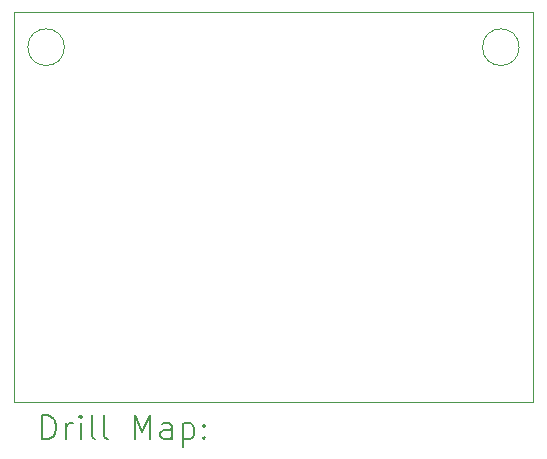
<source format=gbr>
%TF.GenerationSoftware,KiCad,Pcbnew,7.0.2*%
%TF.CreationDate,2025-01-10T16:23:47-06:00*%
%TF.ProjectId,gateDr_displayboard,67617465-4472-45f6-9469-73706c617962,rev?*%
%TF.SameCoordinates,Original*%
%TF.FileFunction,Drillmap*%
%TF.FilePolarity,Positive*%
%FSLAX45Y45*%
G04 Gerber Fmt 4.5, Leading zero omitted, Abs format (unit mm)*
G04 Created by KiCad (PCBNEW 7.0.2) date 2025-01-10 16:23:47*
%MOMM*%
%LPD*%
G01*
G04 APERTURE LIST*
%ADD10C,0.100000*%
%ADD11C,0.200000*%
G04 APERTURE END LIST*
D10*
X5325000Y-6200000D02*
X9725000Y-6200000D01*
X9725000Y-9500000D01*
X5325000Y-9500000D01*
X5325000Y-6200000D01*
X9605000Y-6500000D02*
G75*
G03*
X9605000Y-6500000I-155000J0D01*
G01*
X5755000Y-6500000D02*
G75*
G03*
X5755000Y-6500000I-155000J0D01*
G01*
D11*
X5567619Y-9817524D02*
X5567619Y-9617524D01*
X5567619Y-9617524D02*
X5615238Y-9617524D01*
X5615238Y-9617524D02*
X5643809Y-9627048D01*
X5643809Y-9627048D02*
X5662857Y-9646095D01*
X5662857Y-9646095D02*
X5672381Y-9665143D01*
X5672381Y-9665143D02*
X5681905Y-9703238D01*
X5681905Y-9703238D02*
X5681905Y-9731810D01*
X5681905Y-9731810D02*
X5672381Y-9769905D01*
X5672381Y-9769905D02*
X5662857Y-9788952D01*
X5662857Y-9788952D02*
X5643809Y-9808000D01*
X5643809Y-9808000D02*
X5615238Y-9817524D01*
X5615238Y-9817524D02*
X5567619Y-9817524D01*
X5767619Y-9817524D02*
X5767619Y-9684190D01*
X5767619Y-9722286D02*
X5777143Y-9703238D01*
X5777143Y-9703238D02*
X5786667Y-9693714D01*
X5786667Y-9693714D02*
X5805714Y-9684190D01*
X5805714Y-9684190D02*
X5824762Y-9684190D01*
X5891428Y-9817524D02*
X5891428Y-9684190D01*
X5891428Y-9617524D02*
X5881905Y-9627048D01*
X5881905Y-9627048D02*
X5891428Y-9636571D01*
X5891428Y-9636571D02*
X5900952Y-9627048D01*
X5900952Y-9627048D02*
X5891428Y-9617524D01*
X5891428Y-9617524D02*
X5891428Y-9636571D01*
X6015238Y-9817524D02*
X5996190Y-9808000D01*
X5996190Y-9808000D02*
X5986667Y-9788952D01*
X5986667Y-9788952D02*
X5986667Y-9617524D01*
X6120000Y-9817524D02*
X6100952Y-9808000D01*
X6100952Y-9808000D02*
X6091428Y-9788952D01*
X6091428Y-9788952D02*
X6091428Y-9617524D01*
X6348571Y-9817524D02*
X6348571Y-9617524D01*
X6348571Y-9617524D02*
X6415238Y-9760381D01*
X6415238Y-9760381D02*
X6481905Y-9617524D01*
X6481905Y-9617524D02*
X6481905Y-9817524D01*
X6662857Y-9817524D02*
X6662857Y-9712762D01*
X6662857Y-9712762D02*
X6653333Y-9693714D01*
X6653333Y-9693714D02*
X6634286Y-9684190D01*
X6634286Y-9684190D02*
X6596190Y-9684190D01*
X6596190Y-9684190D02*
X6577143Y-9693714D01*
X6662857Y-9808000D02*
X6643809Y-9817524D01*
X6643809Y-9817524D02*
X6596190Y-9817524D01*
X6596190Y-9817524D02*
X6577143Y-9808000D01*
X6577143Y-9808000D02*
X6567619Y-9788952D01*
X6567619Y-9788952D02*
X6567619Y-9769905D01*
X6567619Y-9769905D02*
X6577143Y-9750857D01*
X6577143Y-9750857D02*
X6596190Y-9741333D01*
X6596190Y-9741333D02*
X6643809Y-9741333D01*
X6643809Y-9741333D02*
X6662857Y-9731810D01*
X6758095Y-9684190D02*
X6758095Y-9884190D01*
X6758095Y-9693714D02*
X6777143Y-9684190D01*
X6777143Y-9684190D02*
X6815238Y-9684190D01*
X6815238Y-9684190D02*
X6834286Y-9693714D01*
X6834286Y-9693714D02*
X6843809Y-9703238D01*
X6843809Y-9703238D02*
X6853333Y-9722286D01*
X6853333Y-9722286D02*
X6853333Y-9779429D01*
X6853333Y-9779429D02*
X6843809Y-9798476D01*
X6843809Y-9798476D02*
X6834286Y-9808000D01*
X6834286Y-9808000D02*
X6815238Y-9817524D01*
X6815238Y-9817524D02*
X6777143Y-9817524D01*
X6777143Y-9817524D02*
X6758095Y-9808000D01*
X6939048Y-9798476D02*
X6948571Y-9808000D01*
X6948571Y-9808000D02*
X6939048Y-9817524D01*
X6939048Y-9817524D02*
X6929524Y-9808000D01*
X6929524Y-9808000D02*
X6939048Y-9798476D01*
X6939048Y-9798476D02*
X6939048Y-9817524D01*
X6939048Y-9693714D02*
X6948571Y-9703238D01*
X6948571Y-9703238D02*
X6939048Y-9712762D01*
X6939048Y-9712762D02*
X6929524Y-9703238D01*
X6929524Y-9703238D02*
X6939048Y-9693714D01*
X6939048Y-9693714D02*
X6939048Y-9712762D01*
M02*

</source>
